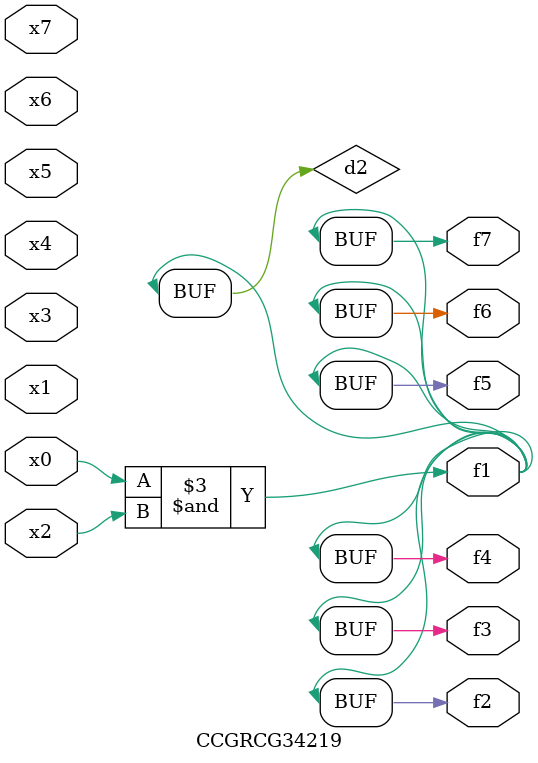
<source format=v>
module CCGRCG34219(
	input x0, x1, x2, x3, x4, x5, x6, x7,
	output f1, f2, f3, f4, f5, f6, f7
);

	wire d1, d2;

	nor (d1, x3, x6);
	and (d2, x0, x2);
	assign f1 = d2;
	assign f2 = d2;
	assign f3 = d2;
	assign f4 = d2;
	assign f5 = d2;
	assign f6 = d2;
	assign f7 = d2;
endmodule

</source>
